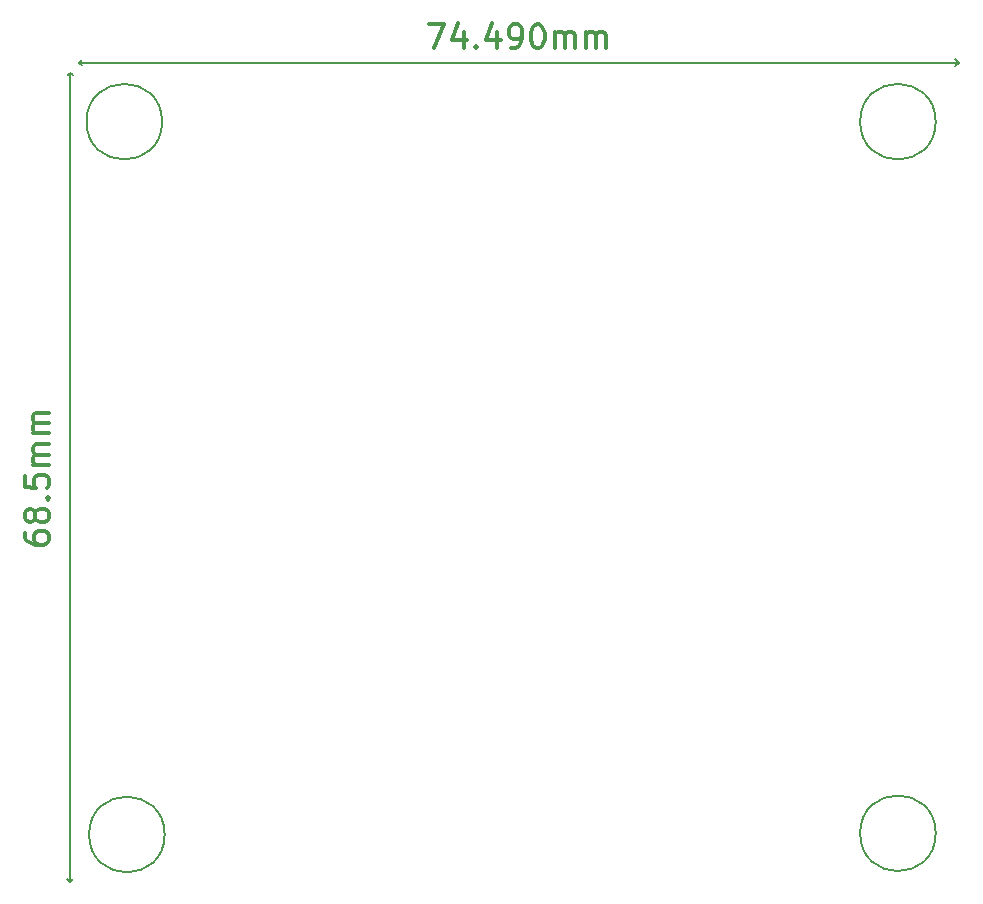
<source format=gbr>
%TF.GenerationSoftware,KiCad,Pcbnew,7.0.5*%
%TF.CreationDate,2023-07-07T19:33:34+07:00*%
%TF.ProjectId,19-6-2023_WeatherStation_QuocThang_V1,31392d36-2d32-4303-9233-5f5765617468,rev?*%
%TF.SameCoordinates,Original*%
%TF.FileFunction,Other,Comment*%
%FSLAX46Y46*%
G04 Gerber Fmt 4.6, Leading zero omitted, Abs format (unit mm)*
G04 Created by KiCad (PCBNEW 7.0.5) date 2023-07-07 19:33:34*
%MOMM*%
%LPD*%
G01*
G04 APERTURE LIST*
%ADD10C,0.300000*%
%ADD11C,0.150000*%
G04 APERTURE END LIST*
D10*
X105339638Y-77411666D02*
X105339638Y-77792619D01*
X105339638Y-77792619D02*
X105434876Y-77983095D01*
X105434876Y-77983095D02*
X105530114Y-78078333D01*
X105530114Y-78078333D02*
X105815828Y-78268809D01*
X105815828Y-78268809D02*
X106196780Y-78364047D01*
X106196780Y-78364047D02*
X106958685Y-78364047D01*
X106958685Y-78364047D02*
X107149161Y-78268809D01*
X107149161Y-78268809D02*
X107244400Y-78173571D01*
X107244400Y-78173571D02*
X107339638Y-77983095D01*
X107339638Y-77983095D02*
X107339638Y-77602142D01*
X107339638Y-77602142D02*
X107244400Y-77411666D01*
X107244400Y-77411666D02*
X107149161Y-77316428D01*
X107149161Y-77316428D02*
X106958685Y-77221190D01*
X106958685Y-77221190D02*
X106482495Y-77221190D01*
X106482495Y-77221190D02*
X106292019Y-77316428D01*
X106292019Y-77316428D02*
X106196780Y-77411666D01*
X106196780Y-77411666D02*
X106101542Y-77602142D01*
X106101542Y-77602142D02*
X106101542Y-77983095D01*
X106101542Y-77983095D02*
X106196780Y-78173571D01*
X106196780Y-78173571D02*
X106292019Y-78268809D01*
X106292019Y-78268809D02*
X106482495Y-78364047D01*
X106196780Y-76078333D02*
X106101542Y-76268809D01*
X106101542Y-76268809D02*
X106006304Y-76364047D01*
X106006304Y-76364047D02*
X105815828Y-76459285D01*
X105815828Y-76459285D02*
X105720590Y-76459285D01*
X105720590Y-76459285D02*
X105530114Y-76364047D01*
X105530114Y-76364047D02*
X105434876Y-76268809D01*
X105434876Y-76268809D02*
X105339638Y-76078333D01*
X105339638Y-76078333D02*
X105339638Y-75697380D01*
X105339638Y-75697380D02*
X105434876Y-75506904D01*
X105434876Y-75506904D02*
X105530114Y-75411666D01*
X105530114Y-75411666D02*
X105720590Y-75316428D01*
X105720590Y-75316428D02*
X105815828Y-75316428D01*
X105815828Y-75316428D02*
X106006304Y-75411666D01*
X106006304Y-75411666D02*
X106101542Y-75506904D01*
X106101542Y-75506904D02*
X106196780Y-75697380D01*
X106196780Y-75697380D02*
X106196780Y-76078333D01*
X106196780Y-76078333D02*
X106292019Y-76268809D01*
X106292019Y-76268809D02*
X106387257Y-76364047D01*
X106387257Y-76364047D02*
X106577733Y-76459285D01*
X106577733Y-76459285D02*
X106958685Y-76459285D01*
X106958685Y-76459285D02*
X107149161Y-76364047D01*
X107149161Y-76364047D02*
X107244400Y-76268809D01*
X107244400Y-76268809D02*
X107339638Y-76078333D01*
X107339638Y-76078333D02*
X107339638Y-75697380D01*
X107339638Y-75697380D02*
X107244400Y-75506904D01*
X107244400Y-75506904D02*
X107149161Y-75411666D01*
X107149161Y-75411666D02*
X106958685Y-75316428D01*
X106958685Y-75316428D02*
X106577733Y-75316428D01*
X106577733Y-75316428D02*
X106387257Y-75411666D01*
X106387257Y-75411666D02*
X106292019Y-75506904D01*
X106292019Y-75506904D02*
X106196780Y-75697380D01*
X107149161Y-74459285D02*
X107244400Y-74364047D01*
X107244400Y-74364047D02*
X107339638Y-74459285D01*
X107339638Y-74459285D02*
X107244400Y-74554523D01*
X107244400Y-74554523D02*
X107149161Y-74459285D01*
X107149161Y-74459285D02*
X107339638Y-74459285D01*
X105339638Y-72554523D02*
X105339638Y-73506904D01*
X105339638Y-73506904D02*
X106292019Y-73602142D01*
X106292019Y-73602142D02*
X106196780Y-73506904D01*
X106196780Y-73506904D02*
X106101542Y-73316428D01*
X106101542Y-73316428D02*
X106101542Y-72840237D01*
X106101542Y-72840237D02*
X106196780Y-72649761D01*
X106196780Y-72649761D02*
X106292019Y-72554523D01*
X106292019Y-72554523D02*
X106482495Y-72459285D01*
X106482495Y-72459285D02*
X106958685Y-72459285D01*
X106958685Y-72459285D02*
X107149161Y-72554523D01*
X107149161Y-72554523D02*
X107244400Y-72649761D01*
X107244400Y-72649761D02*
X107339638Y-72840237D01*
X107339638Y-72840237D02*
X107339638Y-73316428D01*
X107339638Y-73316428D02*
X107244400Y-73506904D01*
X107244400Y-73506904D02*
X107149161Y-73602142D01*
X107339638Y-71602142D02*
X106006304Y-71602142D01*
X106196780Y-71602142D02*
X106101542Y-71506904D01*
X106101542Y-71506904D02*
X106006304Y-71316428D01*
X106006304Y-71316428D02*
X106006304Y-71030713D01*
X106006304Y-71030713D02*
X106101542Y-70840237D01*
X106101542Y-70840237D02*
X106292019Y-70744999D01*
X106292019Y-70744999D02*
X107339638Y-70744999D01*
X106292019Y-70744999D02*
X106101542Y-70649761D01*
X106101542Y-70649761D02*
X106006304Y-70459285D01*
X106006304Y-70459285D02*
X106006304Y-70173571D01*
X106006304Y-70173571D02*
X106101542Y-69983094D01*
X106101542Y-69983094D02*
X106292019Y-69887856D01*
X106292019Y-69887856D02*
X107339638Y-69887856D01*
X107339638Y-68935475D02*
X106006304Y-68935475D01*
X106196780Y-68935475D02*
X106101542Y-68840237D01*
X106101542Y-68840237D02*
X106006304Y-68649761D01*
X106006304Y-68649761D02*
X106006304Y-68364046D01*
X106006304Y-68364046D02*
X106101542Y-68173570D01*
X106101542Y-68173570D02*
X106292019Y-68078332D01*
X106292019Y-68078332D02*
X107339638Y-68078332D01*
X106292019Y-68078332D02*
X106101542Y-67983094D01*
X106101542Y-67983094D02*
X106006304Y-67792618D01*
X106006304Y-67792618D02*
X106006304Y-67506904D01*
X106006304Y-67506904D02*
X106101542Y-67316427D01*
X106101542Y-67316427D02*
X106292019Y-67221189D01*
X106292019Y-67221189D02*
X107339638Y-67221189D01*
D11*
X109170000Y-38405000D02*
X109370000Y-38605000D01*
X109170000Y-38405000D02*
X108960000Y-38615000D01*
X109170000Y-106895000D02*
X109430000Y-106635000D01*
X109170000Y-106895000D02*
X108910000Y-106635000D01*
X109170000Y-38405000D02*
X109170000Y-106895000D01*
D10*
X139500952Y-34324638D02*
X140834285Y-34324638D01*
X140834285Y-34324638D02*
X139977142Y-36324638D01*
X142453333Y-34991304D02*
X142453333Y-36324638D01*
X141977142Y-34229400D02*
X141500952Y-35657971D01*
X141500952Y-35657971D02*
X142739047Y-35657971D01*
X143500952Y-36134161D02*
X143596190Y-36229400D01*
X143596190Y-36229400D02*
X143500952Y-36324638D01*
X143500952Y-36324638D02*
X143405714Y-36229400D01*
X143405714Y-36229400D02*
X143500952Y-36134161D01*
X143500952Y-36134161D02*
X143500952Y-36324638D01*
X145310476Y-34991304D02*
X145310476Y-36324638D01*
X144834285Y-34229400D02*
X144358095Y-35657971D01*
X144358095Y-35657971D02*
X145596190Y-35657971D01*
X146453333Y-36324638D02*
X146834285Y-36324638D01*
X146834285Y-36324638D02*
X147024762Y-36229400D01*
X147024762Y-36229400D02*
X147120000Y-36134161D01*
X147120000Y-36134161D02*
X147310476Y-35848447D01*
X147310476Y-35848447D02*
X147405714Y-35467495D01*
X147405714Y-35467495D02*
X147405714Y-34705590D01*
X147405714Y-34705590D02*
X147310476Y-34515114D01*
X147310476Y-34515114D02*
X147215238Y-34419876D01*
X147215238Y-34419876D02*
X147024762Y-34324638D01*
X147024762Y-34324638D02*
X146643809Y-34324638D01*
X146643809Y-34324638D02*
X146453333Y-34419876D01*
X146453333Y-34419876D02*
X146358095Y-34515114D01*
X146358095Y-34515114D02*
X146262857Y-34705590D01*
X146262857Y-34705590D02*
X146262857Y-35181780D01*
X146262857Y-35181780D02*
X146358095Y-35372257D01*
X146358095Y-35372257D02*
X146453333Y-35467495D01*
X146453333Y-35467495D02*
X146643809Y-35562733D01*
X146643809Y-35562733D02*
X147024762Y-35562733D01*
X147024762Y-35562733D02*
X147215238Y-35467495D01*
X147215238Y-35467495D02*
X147310476Y-35372257D01*
X147310476Y-35372257D02*
X147405714Y-35181780D01*
X148643809Y-34324638D02*
X148834286Y-34324638D01*
X148834286Y-34324638D02*
X149024762Y-34419876D01*
X149024762Y-34419876D02*
X149120000Y-34515114D01*
X149120000Y-34515114D02*
X149215238Y-34705590D01*
X149215238Y-34705590D02*
X149310476Y-35086542D01*
X149310476Y-35086542D02*
X149310476Y-35562733D01*
X149310476Y-35562733D02*
X149215238Y-35943685D01*
X149215238Y-35943685D02*
X149120000Y-36134161D01*
X149120000Y-36134161D02*
X149024762Y-36229400D01*
X149024762Y-36229400D02*
X148834286Y-36324638D01*
X148834286Y-36324638D02*
X148643809Y-36324638D01*
X148643809Y-36324638D02*
X148453333Y-36229400D01*
X148453333Y-36229400D02*
X148358095Y-36134161D01*
X148358095Y-36134161D02*
X148262857Y-35943685D01*
X148262857Y-35943685D02*
X148167619Y-35562733D01*
X148167619Y-35562733D02*
X148167619Y-35086542D01*
X148167619Y-35086542D02*
X148262857Y-34705590D01*
X148262857Y-34705590D02*
X148358095Y-34515114D01*
X148358095Y-34515114D02*
X148453333Y-34419876D01*
X148453333Y-34419876D02*
X148643809Y-34324638D01*
X150167619Y-36324638D02*
X150167619Y-34991304D01*
X150167619Y-35181780D02*
X150262857Y-35086542D01*
X150262857Y-35086542D02*
X150453333Y-34991304D01*
X150453333Y-34991304D02*
X150739048Y-34991304D01*
X150739048Y-34991304D02*
X150929524Y-35086542D01*
X150929524Y-35086542D02*
X151024762Y-35277019D01*
X151024762Y-35277019D02*
X151024762Y-36324638D01*
X151024762Y-35277019D02*
X151120000Y-35086542D01*
X151120000Y-35086542D02*
X151310476Y-34991304D01*
X151310476Y-34991304D02*
X151596190Y-34991304D01*
X151596190Y-34991304D02*
X151786667Y-35086542D01*
X151786667Y-35086542D02*
X151881905Y-35277019D01*
X151881905Y-35277019D02*
X151881905Y-36324638D01*
X152834286Y-36324638D02*
X152834286Y-34991304D01*
X152834286Y-35181780D02*
X152929524Y-35086542D01*
X152929524Y-35086542D02*
X153120000Y-34991304D01*
X153120000Y-34991304D02*
X153405715Y-34991304D01*
X153405715Y-34991304D02*
X153596191Y-35086542D01*
X153596191Y-35086542D02*
X153691429Y-35277019D01*
X153691429Y-35277019D02*
X153691429Y-36324638D01*
X153691429Y-35277019D02*
X153786667Y-35086542D01*
X153786667Y-35086542D02*
X153977143Y-34991304D01*
X153977143Y-34991304D02*
X154262857Y-34991304D01*
X154262857Y-34991304D02*
X154453334Y-35086542D01*
X154453334Y-35086542D02*
X154548572Y-35277019D01*
X154548572Y-35277019D02*
X154548572Y-36324638D01*
D11*
X109930000Y-37555000D02*
X110170000Y-37795000D01*
X109930000Y-37555000D02*
X110190000Y-37295000D01*
X184390000Y-37555000D02*
X184080000Y-37865000D01*
X184070000Y-37235000D02*
X184390000Y-37555000D01*
X184390000Y-37555000D02*
X184070000Y-37235000D01*
X109930000Y-37555000D02*
X184390000Y-37555000D01*
%TO.C,H4*%
X182430000Y-42555000D02*
G75*
G03*
X182430000Y-42555000I-3200000J0D01*
G01*
%TO.C,H1*%
X117150000Y-102908000D02*
G75*
G03*
X117150000Y-102908000I-3200000J0D01*
G01*
%TO.C,H3*%
X116930000Y-42555000D02*
G75*
G03*
X116930000Y-42555000I-3200000J0D01*
G01*
%TO.C,H2*%
X182430000Y-102808000D02*
G75*
G03*
X182430000Y-102808000I-3200000J0D01*
G01*
%TD*%
M02*

</source>
